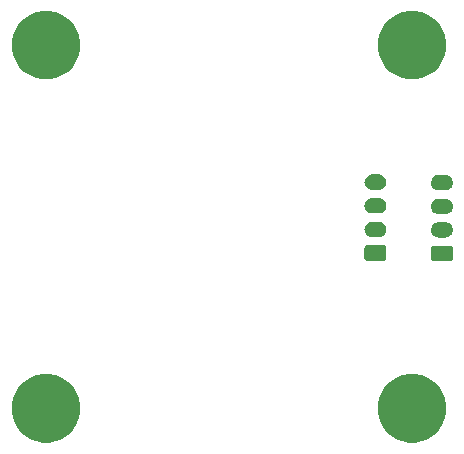
<source format=gbr>
G04 #@! TF.GenerationSoftware,KiCad,Pcbnew,(5.1.2)-2*
G04 #@! TF.CreationDate,2019-09-26T21:19:41+02:00*
G04 #@! TF.ProjectId,enkoder,656e6b6f-6465-4722-9e6b-696361645f70,rev?*
G04 #@! TF.SameCoordinates,Original*
G04 #@! TF.FileFunction,Soldermask,Bot*
G04 #@! TF.FilePolarity,Negative*
%FSLAX46Y46*%
G04 Gerber Fmt 4.6, Leading zero omitted, Abs format (unit mm)*
G04 Created by KiCad (PCBNEW (5.1.2)-2) date 2019-09-26 21:19:41*
%MOMM*%
%LPD*%
G04 APERTURE LIST*
%ADD10C,0.100000*%
G04 APERTURE END LIST*
D10*
G36*
X141096189Y-111460483D02*
G01*
X141096192Y-111460484D01*
X141096191Y-111460484D01*
X141624139Y-111679167D01*
X142099280Y-111996646D01*
X142503354Y-112400720D01*
X142820833Y-112875861D01*
X142820834Y-112875863D01*
X143039517Y-113403811D01*
X143151000Y-113964275D01*
X143151000Y-114535725D01*
X143039517Y-115096189D01*
X143039516Y-115096191D01*
X142820833Y-115624139D01*
X142503354Y-116099280D01*
X142099280Y-116503354D01*
X141624139Y-116820833D01*
X141624138Y-116820834D01*
X141624137Y-116820834D01*
X141096189Y-117039517D01*
X140535725Y-117151000D01*
X139964275Y-117151000D01*
X139403811Y-117039517D01*
X138875863Y-116820834D01*
X138875862Y-116820834D01*
X138875861Y-116820833D01*
X138400720Y-116503354D01*
X137996646Y-116099280D01*
X137679167Y-115624139D01*
X137460484Y-115096191D01*
X137460483Y-115096189D01*
X137349000Y-114535725D01*
X137349000Y-113964275D01*
X137460483Y-113403811D01*
X137679166Y-112875863D01*
X137679167Y-112875861D01*
X137996646Y-112400720D01*
X138400720Y-111996646D01*
X138875861Y-111679167D01*
X139403809Y-111460484D01*
X139403808Y-111460484D01*
X139403811Y-111460483D01*
X139964275Y-111349000D01*
X140535725Y-111349000D01*
X141096189Y-111460483D01*
X141096189Y-111460483D01*
G37*
G36*
X172096189Y-111460483D02*
G01*
X172096192Y-111460484D01*
X172096191Y-111460484D01*
X172624139Y-111679167D01*
X173099280Y-111996646D01*
X173503354Y-112400720D01*
X173820833Y-112875861D01*
X173820834Y-112875863D01*
X174039517Y-113403811D01*
X174151000Y-113964275D01*
X174151000Y-114535725D01*
X174039517Y-115096189D01*
X174039516Y-115096191D01*
X173820833Y-115624139D01*
X173503354Y-116099280D01*
X173099280Y-116503354D01*
X172624139Y-116820833D01*
X172624138Y-116820834D01*
X172624137Y-116820834D01*
X172096189Y-117039517D01*
X171535725Y-117151000D01*
X170964275Y-117151000D01*
X170403811Y-117039517D01*
X169875863Y-116820834D01*
X169875862Y-116820834D01*
X169875861Y-116820833D01*
X169400720Y-116503354D01*
X168996646Y-116099280D01*
X168679167Y-115624139D01*
X168460484Y-115096191D01*
X168460483Y-115096189D01*
X168349000Y-114535725D01*
X168349000Y-113964275D01*
X168460483Y-113403811D01*
X168679166Y-112875863D01*
X168679167Y-112875861D01*
X168996646Y-112400720D01*
X169400720Y-111996646D01*
X169875861Y-111679167D01*
X170403809Y-111460484D01*
X170403808Y-111460484D01*
X170403811Y-111460483D01*
X170964275Y-111349000D01*
X171535725Y-111349000D01*
X172096189Y-111460483D01*
X172096189Y-111460483D01*
G37*
G36*
X174545242Y-100492404D02*
G01*
X174582337Y-100503657D01*
X174616515Y-100521925D01*
X174646481Y-100546519D01*
X174671075Y-100576485D01*
X174689343Y-100610663D01*
X174700596Y-100647758D01*
X174705000Y-100692474D01*
X174705000Y-101585526D01*
X174700596Y-101630242D01*
X174689343Y-101667337D01*
X174671075Y-101701515D01*
X174646481Y-101731481D01*
X174616515Y-101756075D01*
X174582337Y-101774343D01*
X174545242Y-101785596D01*
X174500526Y-101790000D01*
X173057474Y-101790000D01*
X173012758Y-101785596D01*
X172975663Y-101774343D01*
X172941485Y-101756075D01*
X172911519Y-101731481D01*
X172886925Y-101701515D01*
X172868657Y-101667337D01*
X172857404Y-101630242D01*
X172853000Y-101585526D01*
X172853000Y-100692474D01*
X172857404Y-100647758D01*
X172868657Y-100610663D01*
X172886925Y-100576485D01*
X172911519Y-100546519D01*
X172941485Y-100521925D01*
X172975663Y-100503657D01*
X173012758Y-100492404D01*
X173057474Y-100488000D01*
X174500526Y-100488000D01*
X174545242Y-100492404D01*
X174545242Y-100492404D01*
G37*
G36*
X168914242Y-100445404D02*
G01*
X168951337Y-100456657D01*
X168985515Y-100474925D01*
X169015481Y-100499519D01*
X169040075Y-100529485D01*
X169058343Y-100563663D01*
X169069596Y-100600758D01*
X169074000Y-100645474D01*
X169074000Y-101538526D01*
X169069596Y-101583242D01*
X169058343Y-101620337D01*
X169040075Y-101654515D01*
X169015481Y-101684481D01*
X168985515Y-101709075D01*
X168951337Y-101727343D01*
X168914242Y-101738596D01*
X168869526Y-101743000D01*
X167426474Y-101743000D01*
X167381758Y-101738596D01*
X167344663Y-101727343D01*
X167310485Y-101709075D01*
X167280519Y-101684481D01*
X167255925Y-101654515D01*
X167237657Y-101620337D01*
X167226404Y-101583242D01*
X167222000Y-101538526D01*
X167222000Y-100645474D01*
X167226404Y-100600758D01*
X167237657Y-100563663D01*
X167255925Y-100529485D01*
X167280519Y-100499519D01*
X167310485Y-100474925D01*
X167344663Y-100456657D01*
X167381758Y-100445404D01*
X167426474Y-100441000D01*
X168869526Y-100441000D01*
X168914242Y-100445404D01*
X168914242Y-100445404D01*
G37*
G36*
X174117855Y-98491140D02*
G01*
X174181618Y-98497420D01*
X174272404Y-98524960D01*
X174304336Y-98534646D01*
X174417425Y-98595094D01*
X174516554Y-98676446D01*
X174597906Y-98775575D01*
X174658354Y-98888664D01*
X174658355Y-98888668D01*
X174695580Y-99011382D01*
X174708149Y-99139000D01*
X174695580Y-99266618D01*
X174672612Y-99342332D01*
X174658354Y-99389336D01*
X174597906Y-99502425D01*
X174516554Y-99601554D01*
X174417425Y-99682906D01*
X174304336Y-99743354D01*
X174272404Y-99753040D01*
X174181618Y-99780580D01*
X174117855Y-99786860D01*
X174085974Y-99790000D01*
X173472026Y-99790000D01*
X173440145Y-99786860D01*
X173376382Y-99780580D01*
X173285596Y-99753040D01*
X173253664Y-99743354D01*
X173140575Y-99682906D01*
X173041446Y-99601554D01*
X172960094Y-99502425D01*
X172899646Y-99389336D01*
X172885388Y-99342332D01*
X172862420Y-99266618D01*
X172849851Y-99139000D01*
X172862420Y-99011382D01*
X172899645Y-98888668D01*
X172899646Y-98888664D01*
X172960094Y-98775575D01*
X173041446Y-98676446D01*
X173140575Y-98595094D01*
X173253664Y-98534646D01*
X173285596Y-98524960D01*
X173376382Y-98497420D01*
X173440145Y-98491140D01*
X173472026Y-98488000D01*
X174085974Y-98488000D01*
X174117855Y-98491140D01*
X174117855Y-98491140D01*
G37*
G36*
X168486855Y-98444140D02*
G01*
X168550618Y-98450420D01*
X168641404Y-98477960D01*
X168673336Y-98487646D01*
X168786425Y-98548094D01*
X168885554Y-98629446D01*
X168966906Y-98728575D01*
X169027354Y-98841664D01*
X169027355Y-98841668D01*
X169064580Y-98964382D01*
X169077149Y-99092000D01*
X169064580Y-99219618D01*
X169037040Y-99310404D01*
X169027354Y-99342336D01*
X168966906Y-99455425D01*
X168885554Y-99554554D01*
X168786425Y-99635906D01*
X168673336Y-99696354D01*
X168641404Y-99706040D01*
X168550618Y-99733580D01*
X168486855Y-99739860D01*
X168454974Y-99743000D01*
X167841026Y-99743000D01*
X167809145Y-99739860D01*
X167745382Y-99733580D01*
X167654596Y-99706040D01*
X167622664Y-99696354D01*
X167509575Y-99635906D01*
X167410446Y-99554554D01*
X167329094Y-99455425D01*
X167268646Y-99342336D01*
X167258960Y-99310404D01*
X167231420Y-99219618D01*
X167218851Y-99092000D01*
X167231420Y-98964382D01*
X167268645Y-98841668D01*
X167268646Y-98841664D01*
X167329094Y-98728575D01*
X167410446Y-98629446D01*
X167509575Y-98548094D01*
X167622664Y-98487646D01*
X167654596Y-98477960D01*
X167745382Y-98450420D01*
X167809145Y-98444140D01*
X167841026Y-98441000D01*
X168454974Y-98441000D01*
X168486855Y-98444140D01*
X168486855Y-98444140D01*
G37*
G36*
X174117855Y-96491140D02*
G01*
X174181618Y-96497420D01*
X174272404Y-96524960D01*
X174304336Y-96534646D01*
X174417425Y-96595094D01*
X174516554Y-96676446D01*
X174597906Y-96775575D01*
X174658354Y-96888664D01*
X174658355Y-96888668D01*
X174695580Y-97011382D01*
X174708149Y-97139000D01*
X174695580Y-97266618D01*
X174672612Y-97342332D01*
X174658354Y-97389336D01*
X174597906Y-97502425D01*
X174516554Y-97601554D01*
X174417425Y-97682906D01*
X174304336Y-97743354D01*
X174272404Y-97753040D01*
X174181618Y-97780580D01*
X174117855Y-97786860D01*
X174085974Y-97790000D01*
X173472026Y-97790000D01*
X173440145Y-97786860D01*
X173376382Y-97780580D01*
X173285596Y-97753040D01*
X173253664Y-97743354D01*
X173140575Y-97682906D01*
X173041446Y-97601554D01*
X172960094Y-97502425D01*
X172899646Y-97389336D01*
X172885388Y-97342332D01*
X172862420Y-97266618D01*
X172849851Y-97139000D01*
X172862420Y-97011382D01*
X172899645Y-96888668D01*
X172899646Y-96888664D01*
X172960094Y-96775575D01*
X173041446Y-96676446D01*
X173140575Y-96595094D01*
X173253664Y-96534646D01*
X173285596Y-96524960D01*
X173376382Y-96497420D01*
X173440145Y-96491140D01*
X173472026Y-96488000D01*
X174085974Y-96488000D01*
X174117855Y-96491140D01*
X174117855Y-96491140D01*
G37*
G36*
X168486855Y-96444140D02*
G01*
X168550618Y-96450420D01*
X168641404Y-96477960D01*
X168673336Y-96487646D01*
X168786425Y-96548094D01*
X168885554Y-96629446D01*
X168966906Y-96728575D01*
X169027354Y-96841664D01*
X169027355Y-96841668D01*
X169064580Y-96964382D01*
X169077149Y-97092000D01*
X169064580Y-97219618D01*
X169037040Y-97310404D01*
X169027354Y-97342336D01*
X168966906Y-97455425D01*
X168885554Y-97554554D01*
X168786425Y-97635906D01*
X168673336Y-97696354D01*
X168641404Y-97706040D01*
X168550618Y-97733580D01*
X168486855Y-97739860D01*
X168454974Y-97743000D01*
X167841026Y-97743000D01*
X167809145Y-97739860D01*
X167745382Y-97733580D01*
X167654596Y-97706040D01*
X167622664Y-97696354D01*
X167509575Y-97635906D01*
X167410446Y-97554554D01*
X167329094Y-97455425D01*
X167268646Y-97342336D01*
X167258960Y-97310404D01*
X167231420Y-97219618D01*
X167218851Y-97092000D01*
X167231420Y-96964382D01*
X167268645Y-96841668D01*
X167268646Y-96841664D01*
X167329094Y-96728575D01*
X167410446Y-96629446D01*
X167509575Y-96548094D01*
X167622664Y-96487646D01*
X167654596Y-96477960D01*
X167745382Y-96450420D01*
X167809145Y-96444140D01*
X167841026Y-96441000D01*
X168454974Y-96441000D01*
X168486855Y-96444140D01*
X168486855Y-96444140D01*
G37*
G36*
X174117855Y-94491140D02*
G01*
X174181618Y-94497420D01*
X174272404Y-94524960D01*
X174304336Y-94534646D01*
X174417425Y-94595094D01*
X174516554Y-94676446D01*
X174597906Y-94775575D01*
X174658354Y-94888664D01*
X174658355Y-94888668D01*
X174695580Y-95011382D01*
X174708149Y-95139000D01*
X174695580Y-95266618D01*
X174672612Y-95342332D01*
X174658354Y-95389336D01*
X174597906Y-95502425D01*
X174516554Y-95601554D01*
X174417425Y-95682906D01*
X174304336Y-95743354D01*
X174272404Y-95753040D01*
X174181618Y-95780580D01*
X174117855Y-95786860D01*
X174085974Y-95790000D01*
X173472026Y-95790000D01*
X173440145Y-95786860D01*
X173376382Y-95780580D01*
X173285596Y-95753040D01*
X173253664Y-95743354D01*
X173140575Y-95682906D01*
X173041446Y-95601554D01*
X172960094Y-95502425D01*
X172899646Y-95389336D01*
X172885388Y-95342332D01*
X172862420Y-95266618D01*
X172849851Y-95139000D01*
X172862420Y-95011382D01*
X172899645Y-94888668D01*
X172899646Y-94888664D01*
X172960094Y-94775575D01*
X173041446Y-94676446D01*
X173140575Y-94595094D01*
X173253664Y-94534646D01*
X173285596Y-94524960D01*
X173376382Y-94497420D01*
X173440145Y-94491140D01*
X173472026Y-94488000D01*
X174085974Y-94488000D01*
X174117855Y-94491140D01*
X174117855Y-94491140D01*
G37*
G36*
X168486855Y-94444140D02*
G01*
X168550618Y-94450420D01*
X168641404Y-94477960D01*
X168673336Y-94487646D01*
X168786425Y-94548094D01*
X168885554Y-94629446D01*
X168966906Y-94728575D01*
X169027354Y-94841664D01*
X169027355Y-94841668D01*
X169064580Y-94964382D01*
X169077149Y-95092000D01*
X169064580Y-95219618D01*
X169037040Y-95310404D01*
X169027354Y-95342336D01*
X168966906Y-95455425D01*
X168885554Y-95554554D01*
X168786425Y-95635906D01*
X168673336Y-95696354D01*
X168641404Y-95706040D01*
X168550618Y-95733580D01*
X168486855Y-95739860D01*
X168454974Y-95743000D01*
X167841026Y-95743000D01*
X167809145Y-95739860D01*
X167745382Y-95733580D01*
X167654596Y-95706040D01*
X167622664Y-95696354D01*
X167509575Y-95635906D01*
X167410446Y-95554554D01*
X167329094Y-95455425D01*
X167268646Y-95342336D01*
X167258960Y-95310404D01*
X167231420Y-95219618D01*
X167218851Y-95092000D01*
X167231420Y-94964382D01*
X167268645Y-94841668D01*
X167268646Y-94841664D01*
X167329094Y-94728575D01*
X167410446Y-94629446D01*
X167509575Y-94548094D01*
X167622664Y-94487646D01*
X167654596Y-94477960D01*
X167745382Y-94450420D01*
X167809145Y-94444140D01*
X167841026Y-94441000D01*
X168454974Y-94441000D01*
X168486855Y-94444140D01*
X168486855Y-94444140D01*
G37*
G36*
X172096189Y-80710483D02*
G01*
X172096192Y-80710484D01*
X172096191Y-80710484D01*
X172624139Y-80929167D01*
X173099280Y-81246646D01*
X173503354Y-81650720D01*
X173820833Y-82125861D01*
X173820834Y-82125863D01*
X174039517Y-82653811D01*
X174151000Y-83214275D01*
X174151000Y-83785725D01*
X174039517Y-84346189D01*
X174039516Y-84346191D01*
X173820833Y-84874139D01*
X173503354Y-85349280D01*
X173099280Y-85753354D01*
X172624139Y-86070833D01*
X172624138Y-86070834D01*
X172624137Y-86070834D01*
X172096189Y-86289517D01*
X171535725Y-86401000D01*
X170964275Y-86401000D01*
X170403811Y-86289517D01*
X169875863Y-86070834D01*
X169875862Y-86070834D01*
X169875861Y-86070833D01*
X169400720Y-85753354D01*
X168996646Y-85349280D01*
X168679167Y-84874139D01*
X168460484Y-84346191D01*
X168460483Y-84346189D01*
X168349000Y-83785725D01*
X168349000Y-83214275D01*
X168460483Y-82653811D01*
X168679166Y-82125863D01*
X168679167Y-82125861D01*
X168996646Y-81650720D01*
X169400720Y-81246646D01*
X169875861Y-80929167D01*
X170403809Y-80710484D01*
X170403808Y-80710484D01*
X170403811Y-80710483D01*
X170964275Y-80599000D01*
X171535725Y-80599000D01*
X172096189Y-80710483D01*
X172096189Y-80710483D01*
G37*
G36*
X141096189Y-80710483D02*
G01*
X141096192Y-80710484D01*
X141096191Y-80710484D01*
X141624139Y-80929167D01*
X142099280Y-81246646D01*
X142503354Y-81650720D01*
X142820833Y-82125861D01*
X142820834Y-82125863D01*
X143039517Y-82653811D01*
X143151000Y-83214275D01*
X143151000Y-83785725D01*
X143039517Y-84346189D01*
X143039516Y-84346191D01*
X142820833Y-84874139D01*
X142503354Y-85349280D01*
X142099280Y-85753354D01*
X141624139Y-86070833D01*
X141624138Y-86070834D01*
X141624137Y-86070834D01*
X141096189Y-86289517D01*
X140535725Y-86401000D01*
X139964275Y-86401000D01*
X139403811Y-86289517D01*
X138875863Y-86070834D01*
X138875862Y-86070834D01*
X138875861Y-86070833D01*
X138400720Y-85753354D01*
X137996646Y-85349280D01*
X137679167Y-84874139D01*
X137460484Y-84346191D01*
X137460483Y-84346189D01*
X137349000Y-83785725D01*
X137349000Y-83214275D01*
X137460483Y-82653811D01*
X137679166Y-82125863D01*
X137679167Y-82125861D01*
X137996646Y-81650720D01*
X138400720Y-81246646D01*
X138875861Y-80929167D01*
X139403809Y-80710484D01*
X139403808Y-80710484D01*
X139403811Y-80710483D01*
X139964275Y-80599000D01*
X140535725Y-80599000D01*
X141096189Y-80710483D01*
X141096189Y-80710483D01*
G37*
M02*

</source>
